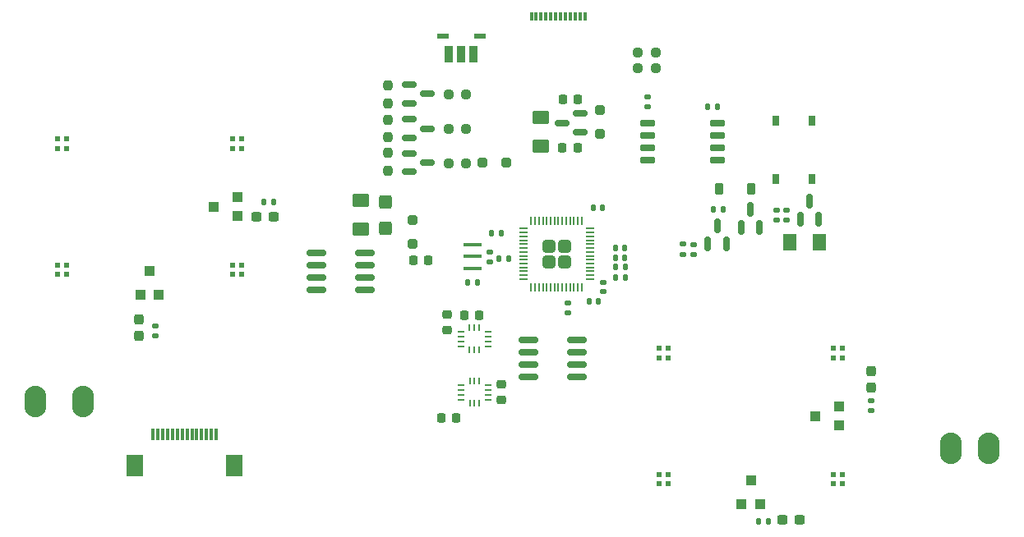
<source format=gbr>
G04 #@! TF.GenerationSoftware,KiCad,Pcbnew,7.0.2*
G04 #@! TF.CreationDate,2023-06-06T21:39:12-07:00*
G04 #@! TF.ProjectId,procon_gcc_main_pcb,70726f63-6f6e-45f6-9763-635f6d61696e,1*
G04 #@! TF.SameCoordinates,Original*
G04 #@! TF.FileFunction,Paste,Top*
G04 #@! TF.FilePolarity,Positive*
%FSLAX46Y46*%
G04 Gerber Fmt 4.6, Leading zero omitted, Abs format (unit mm)*
G04 Created by KiCad (PCBNEW 7.0.2) date 2023-06-06 21:39:12*
%MOMM*%
%LPD*%
G01*
G04 APERTURE LIST*
G04 Aperture macros list*
%AMRoundRect*
0 Rectangle with rounded corners*
0 $1 Rounding radius*
0 $2 $3 $4 $5 $6 $7 $8 $9 X,Y pos of 4 corners*
0 Add a 4 corners polygon primitive as box body*
4,1,4,$2,$3,$4,$5,$6,$7,$8,$9,$2,$3,0*
0 Add four circle primitives for the rounded corners*
1,1,$1+$1,$2,$3*
1,1,$1+$1,$4,$5*
1,1,$1+$1,$6,$7*
1,1,$1+$1,$8,$9*
0 Add four rect primitives between the rounded corners*
20,1,$1+$1,$2,$3,$4,$5,0*
20,1,$1+$1,$4,$5,$6,$7,0*
20,1,$1+$1,$6,$7,$8,$9,0*
20,1,$1+$1,$8,$9,$2,$3,0*%
G04 Aperture macros list end*
%ADD10R,0.950000X1.700000*%
%ADD11R,0.900000X1.700000*%
%ADD12R,1.200000X0.600000*%
%ADD13R,1.000000X1.000000*%
%ADD14RoundRect,0.135000X0.185000X-0.135000X0.185000X0.135000X-0.185000X0.135000X-0.185000X-0.135000X0*%
%ADD15RoundRect,0.135000X0.135000X0.185000X-0.135000X0.185000X-0.135000X-0.185000X0.135000X-0.185000X0*%
%ADD16R,0.550000X0.550000*%
%ADD17RoundRect,0.225000X-0.225000X-0.375000X0.225000X-0.375000X0.225000X0.375000X-0.225000X0.375000X0*%
%ADD18RoundRect,0.225000X-0.250000X0.225000X-0.250000X-0.225000X0.250000X-0.225000X0.250000X0.225000X0*%
%ADD19RoundRect,0.135000X-0.185000X0.135000X-0.185000X-0.135000X0.185000X-0.135000X0.185000X0.135000X0*%
%ADD20RoundRect,0.150000X-0.825000X-0.150000X0.825000X-0.150000X0.825000X0.150000X-0.825000X0.150000X0*%
%ADD21RoundRect,0.237500X-0.237500X0.300000X-0.237500X-0.300000X0.237500X-0.300000X0.237500X0.300000X0*%
%ADD22RoundRect,0.150000X-0.587500X-0.150000X0.587500X-0.150000X0.587500X0.150000X-0.587500X0.150000X0*%
%ADD23RoundRect,0.135000X-0.135000X-0.185000X0.135000X-0.185000X0.135000X0.185000X-0.135000X0.185000X0*%
%ADD24RoundRect,0.237500X0.300000X0.237500X-0.300000X0.237500X-0.300000X-0.237500X0.300000X-0.237500X0*%
%ADD25RoundRect,0.250001X-0.624999X0.462499X-0.624999X-0.462499X0.624999X-0.462499X0.624999X0.462499X0*%
%ADD26RoundRect,0.237500X-0.237500X0.250000X-0.237500X-0.250000X0.237500X-0.250000X0.237500X0.250000X0*%
%ADD27RoundRect,0.150000X0.150000X-0.587500X0.150000X0.587500X-0.150000X0.587500X-0.150000X-0.587500X0*%
%ADD28RoundRect,0.140000X0.140000X0.170000X-0.140000X0.170000X-0.140000X-0.170000X0.140000X-0.170000X0*%
%ADD29RoundRect,0.249999X-0.395001X0.395001X-0.395001X-0.395001X0.395001X-0.395001X0.395001X0.395001X0*%
%ADD30RoundRect,0.050000X-0.050000X0.387500X-0.050000X-0.387500X0.050000X-0.387500X0.050000X0.387500X0*%
%ADD31RoundRect,0.050000X-0.387500X0.050000X-0.387500X-0.050000X0.387500X-0.050000X0.387500X0.050000X0*%
%ADD32RoundRect,0.140000X-0.170000X0.140000X-0.170000X-0.140000X0.170000X-0.140000X0.170000X0.140000X0*%
%ADD33RoundRect,0.250000X-0.250000X-0.250000X0.250000X-0.250000X0.250000X0.250000X-0.250000X0.250000X0*%
%ADD34RoundRect,0.250001X0.624999X-0.462499X0.624999X0.462499X-0.624999X0.462499X-0.624999X-0.462499X0*%
%ADD35RoundRect,0.250000X0.250000X-0.250000X0.250000X0.250000X-0.250000X0.250000X-0.250000X-0.250000X0*%
%ADD36RoundRect,0.237500X0.250000X0.237500X-0.250000X0.237500X-0.250000X-0.237500X0.250000X-0.237500X0*%
%ADD37RoundRect,0.225000X-0.225000X-0.250000X0.225000X-0.250000X0.225000X0.250000X-0.225000X0.250000X0*%
%ADD38RoundRect,0.250001X-0.462499X-0.624999X0.462499X-0.624999X0.462499X0.624999X-0.462499X0.624999X0*%
%ADD39O,2.250000X3.250000*%
%ADD40RoundRect,0.237500X-0.300000X-0.237500X0.300000X-0.237500X0.300000X0.237500X-0.300000X0.237500X0*%
%ADD41RoundRect,0.225000X0.225000X0.250000X-0.225000X0.250000X-0.225000X-0.250000X0.225000X-0.250000X0*%
%ADD42R,1.900000X0.400000*%
%ADD43RoundRect,0.140000X-0.140000X-0.170000X0.140000X-0.170000X0.140000X0.170000X-0.140000X0.170000X0*%
%ADD44RoundRect,0.250000X0.425000X-0.450000X0.425000X0.450000X-0.425000X0.450000X-0.425000X-0.450000X0*%
%ADD45RoundRect,0.150000X0.587500X0.150000X-0.587500X0.150000X-0.587500X-0.150000X0.587500X-0.150000X0*%
%ADD46R,0.750000X1.000000*%
%ADD47R,0.300000X1.300000*%
%ADD48R,1.800000X2.200000*%
%ADD49R,0.300000X0.900000*%
%ADD50RoundRect,0.150000X-0.650000X-0.150000X0.650000X-0.150000X0.650000X0.150000X-0.650000X0.150000X0*%
%ADD51R,0.745000X0.280000*%
%ADD52R,0.280000X0.745000*%
%ADD53RoundRect,0.237500X-0.250000X-0.237500X0.250000X-0.237500X0.250000X0.237500X-0.250000X0.237500X0*%
G04 APERTURE END LIST*
D10*
X127208519Y-102740000D03*
D11*
X128483519Y-102740000D03*
D10*
X129758519Y-102740000D03*
D12*
X126583519Y-100840000D03*
X130383519Y-100840000D03*
D13*
X105477000Y-119382600D03*
X105477000Y-117482600D03*
X102977000Y-118432600D03*
D14*
X152392760Y-123334312D03*
X152392760Y-122314312D03*
D15*
X145378378Y-124674084D03*
X144358378Y-124674084D03*
D16*
X166845200Y-133997000D03*
X167795200Y-133997000D03*
X167795200Y-133047000D03*
X166845200Y-133047000D03*
D17*
X155085499Y-116574786D03*
X158385499Y-116574786D03*
D18*
X132638988Y-136778904D03*
X132638988Y-138328904D03*
D19*
X162021317Y-118784380D03*
X162021317Y-119804380D03*
D14*
X170739623Y-139478477D03*
X170739623Y-138458477D03*
D20*
X113605156Y-123184537D03*
X113605156Y-124454537D03*
X113605156Y-125724537D03*
X113605156Y-126994537D03*
X118555156Y-126994537D03*
X118555156Y-125724537D03*
X118555156Y-124454537D03*
X118555156Y-123184537D03*
D21*
X95317457Y-130017891D03*
X95317457Y-131742891D03*
D22*
X123105000Y-105860000D03*
X123105000Y-107760000D03*
X124980000Y-106810000D03*
X123092500Y-112930000D03*
X123092500Y-114830000D03*
X124967500Y-113880000D03*
D23*
X131570000Y-121131418D03*
X132590000Y-121131418D03*
D24*
X163312504Y-150698757D03*
X161587504Y-150698757D03*
D16*
X86902000Y-125407600D03*
X87852000Y-125407600D03*
X87852000Y-124457600D03*
X86902000Y-124457600D03*
D25*
X136652000Y-109256500D03*
X136652000Y-112231500D03*
D26*
X120944000Y-109456500D03*
X120944000Y-111281500D03*
D27*
X163403973Y-119704893D03*
X165303973Y-119704893D03*
X164353973Y-117829893D03*
D28*
X154868965Y-108099075D03*
X153908965Y-108099075D03*
D29*
X139100000Y-122500000D03*
X137500000Y-122500000D03*
X139100000Y-124100000D03*
X137500000Y-124100000D03*
D30*
X140900000Y-119862500D03*
X140500000Y-119862500D03*
X140100000Y-119862500D03*
X139700000Y-119862500D03*
X139300000Y-119862500D03*
X138900000Y-119862500D03*
X138500000Y-119862500D03*
X138100000Y-119862500D03*
X137700000Y-119862500D03*
X137300000Y-119862500D03*
X136900000Y-119862500D03*
X136500000Y-119862500D03*
X136100000Y-119862500D03*
X135700000Y-119862500D03*
D31*
X134862500Y-120700000D03*
X134862500Y-121100000D03*
X134862500Y-121500000D03*
X134862500Y-121900000D03*
X134862500Y-122300000D03*
X134862500Y-122700000D03*
X134862500Y-123100000D03*
X134862500Y-123500000D03*
X134862500Y-123900000D03*
X134862500Y-124300000D03*
X134862500Y-124700000D03*
X134862500Y-125100000D03*
X134862500Y-125500000D03*
X134862500Y-125900000D03*
D30*
X135700000Y-126737500D03*
X136100000Y-126737500D03*
X136500000Y-126737500D03*
X136900000Y-126737500D03*
X137300000Y-126737500D03*
X137700000Y-126737500D03*
X138100000Y-126737500D03*
X138500000Y-126737500D03*
X138900000Y-126737500D03*
X139300000Y-126737500D03*
X139700000Y-126737500D03*
X140100000Y-126737500D03*
X140500000Y-126737500D03*
X140900000Y-126737500D03*
D31*
X141737500Y-125900000D03*
X141737500Y-125500000D03*
X141737500Y-125100000D03*
X141737500Y-124700000D03*
X141737500Y-124300000D03*
X141737500Y-123900000D03*
X141737500Y-123500000D03*
X141737500Y-123100000D03*
X141737500Y-122700000D03*
X141737500Y-122300000D03*
X141737500Y-121900000D03*
X141737500Y-121500000D03*
X141737500Y-121100000D03*
X141737500Y-120700000D03*
D16*
X104902000Y-112407600D03*
X105852000Y-112407600D03*
X105852000Y-111457600D03*
X104902000Y-111457600D03*
D32*
X143120000Y-126220000D03*
X143120000Y-127180000D03*
D26*
X120937000Y-112897500D03*
X120937000Y-114722500D03*
D33*
X130628718Y-113924462D03*
X133128718Y-113924462D03*
D34*
X118166000Y-120723000D03*
X118166000Y-117748000D03*
D35*
X123500000Y-122300000D03*
X123500000Y-119800000D03*
D28*
X133361612Y-123799940D03*
X132401612Y-123799940D03*
D36*
X128992500Y-113940000D03*
X127167500Y-113940000D03*
D19*
X160950598Y-118782478D03*
X160950598Y-119802478D03*
D37*
X126437999Y-140194151D03*
X127987999Y-140194151D03*
D13*
X157370200Y-149122000D03*
X159270200Y-149122000D03*
X158320200Y-146622000D03*
D38*
X162366473Y-122067393D03*
X165341473Y-122067393D03*
D39*
X178957595Y-143318317D03*
X182857595Y-143318317D03*
D27*
X153905499Y-122292286D03*
X155805499Y-122292286D03*
X154855499Y-120417286D03*
D15*
X145383475Y-125698631D03*
X144363475Y-125698631D03*
D40*
X107418809Y-119497056D03*
X109143809Y-119497056D03*
D41*
X125075000Y-123925000D03*
X123525000Y-123925000D03*
D16*
X148845200Y-146997000D03*
X149795200Y-146997000D03*
X149795200Y-146047000D03*
X148845200Y-146047000D03*
D18*
X127028523Y-129572529D03*
X127028523Y-131122529D03*
D14*
X147669721Y-108165507D03*
X147669721Y-107145507D03*
D42*
X129650000Y-122375000D03*
X129650000Y-123575000D03*
X129650000Y-124775000D03*
D43*
X142075728Y-118581565D03*
X143035728Y-118581565D03*
D16*
X86902000Y-112407600D03*
X87852000Y-112407600D03*
X87852000Y-111457600D03*
X86902000Y-111457600D03*
D44*
X120706000Y-120622000D03*
X120706000Y-117922000D03*
D21*
X170738456Y-135352081D03*
X170738456Y-137077081D03*
D16*
X166845200Y-146997000D03*
X167795200Y-146997000D03*
X167795200Y-146047000D03*
X166845200Y-146047000D03*
D22*
X123092500Y-109440000D03*
X123092500Y-111340000D03*
X124967500Y-110390000D03*
D45*
X140745500Y-110744500D03*
X140745500Y-108844500D03*
X138870500Y-109794500D03*
D23*
X159135629Y-150847756D03*
X160155629Y-150847756D03*
D46*
X164635000Y-109540000D03*
X164635000Y-115540000D03*
X160885000Y-109540000D03*
X160885000Y-115540000D03*
D13*
X95427000Y-127532600D03*
X97327000Y-127532600D03*
X96377000Y-125032600D03*
D23*
X108175401Y-117977059D03*
X109195401Y-117977059D03*
D37*
X128768394Y-129595200D03*
X130318394Y-129595200D03*
D28*
X142603255Y-128160953D03*
X141643255Y-128160953D03*
D23*
X129129756Y-126274421D03*
X130149756Y-126274421D03*
D37*
X138913000Y-112324500D03*
X140463000Y-112324500D03*
D28*
X145330000Y-123675000D03*
X144370000Y-123675000D03*
X145327989Y-122665768D03*
X144367989Y-122665768D03*
D47*
X96741205Y-141917846D03*
X97241205Y-141917846D03*
X97741205Y-141917846D03*
X98241205Y-141917846D03*
X98741205Y-141917846D03*
X99241205Y-141917846D03*
X99741205Y-141917846D03*
X100241205Y-141917846D03*
X100741205Y-141917846D03*
X101241205Y-141917846D03*
X101741205Y-141917846D03*
X102241205Y-141917846D03*
X102741205Y-141917846D03*
X103241205Y-141917846D03*
D48*
X94841205Y-145167846D03*
X105141205Y-145167846D03*
D27*
X157305499Y-120612286D03*
X159205499Y-120612286D03*
X158255499Y-118737286D03*
D36*
X128982500Y-110380000D03*
X127157500Y-110380000D03*
D49*
X141210000Y-98835000D03*
X140710000Y-98835000D03*
X140210000Y-98835000D03*
X139710000Y-98835000D03*
X139210000Y-98835000D03*
X138710000Y-98835000D03*
X138210000Y-98835000D03*
X137710000Y-98835000D03*
X137210000Y-98835000D03*
X136710000Y-98835000D03*
X136210000Y-98835000D03*
X135710000Y-98835000D03*
D20*
X135447000Y-132207000D03*
X135447000Y-133477000D03*
X135447000Y-134747000D03*
X135447000Y-136017000D03*
X140397000Y-136017000D03*
X140397000Y-134747000D03*
X140397000Y-133477000D03*
X140397000Y-132207000D03*
D50*
X147671042Y-109789917D03*
X147671042Y-111059917D03*
X147671042Y-112329917D03*
X147671042Y-113599917D03*
X154871042Y-113599917D03*
X154871042Y-112329917D03*
X154871042Y-111059917D03*
X154871042Y-109789917D03*
D36*
X128992500Y-106880000D03*
X127167500Y-106880000D03*
D14*
X131420884Y-124153577D03*
X131420884Y-123133577D03*
D39*
X84607723Y-138528911D03*
X89507723Y-138528911D03*
D19*
X96933652Y-130742363D03*
X96933652Y-131762363D03*
D41*
X140508000Y-107344500D03*
X138958000Y-107344500D03*
D16*
X104902000Y-125407600D03*
X105852000Y-125407600D03*
X105852000Y-124457600D03*
X104902000Y-124457600D03*
D51*
X131250000Y-132830000D03*
X131250000Y-132330000D03*
X131250000Y-131830000D03*
X131250000Y-131330000D03*
D52*
X130352000Y-130932000D03*
X129852000Y-130932000D03*
X129352000Y-130932000D03*
D51*
X128454000Y-131330000D03*
X128454000Y-131830000D03*
X128454000Y-132330000D03*
X128454000Y-132830000D03*
D52*
X129352000Y-133228000D03*
X129852000Y-133228000D03*
X130352000Y-133228000D03*
D26*
X120930000Y-105967500D03*
X120930000Y-107792500D03*
D15*
X155475499Y-118684786D03*
X154455499Y-118684786D03*
D51*
X128461499Y-136823749D03*
X128461499Y-137323749D03*
X128461499Y-137823749D03*
X128461499Y-138323749D03*
D52*
X129359499Y-138721749D03*
X129859499Y-138721749D03*
X130359499Y-138721749D03*
D51*
X131257499Y-138323749D03*
X131257499Y-137823749D03*
X131257499Y-137323749D03*
X131257499Y-136823749D03*
D52*
X130359499Y-136425749D03*
X129859499Y-136425749D03*
X129359499Y-136425749D03*
D53*
X146687500Y-102550000D03*
X148512500Y-102550000D03*
D13*
X167420200Y-140972000D03*
X167420200Y-139072000D03*
X164920200Y-140022000D03*
D35*
X142794000Y-110954500D03*
X142794000Y-108454500D03*
D16*
X148845200Y-133997000D03*
X149795200Y-133997000D03*
X149795200Y-133047000D03*
X148845200Y-133047000D03*
D19*
X151314832Y-122308704D03*
X151314832Y-123328704D03*
D53*
X146687500Y-104150000D03*
X148512500Y-104150000D03*
D19*
X139473009Y-128385944D03*
X139473009Y-129405944D03*
M02*

</source>
